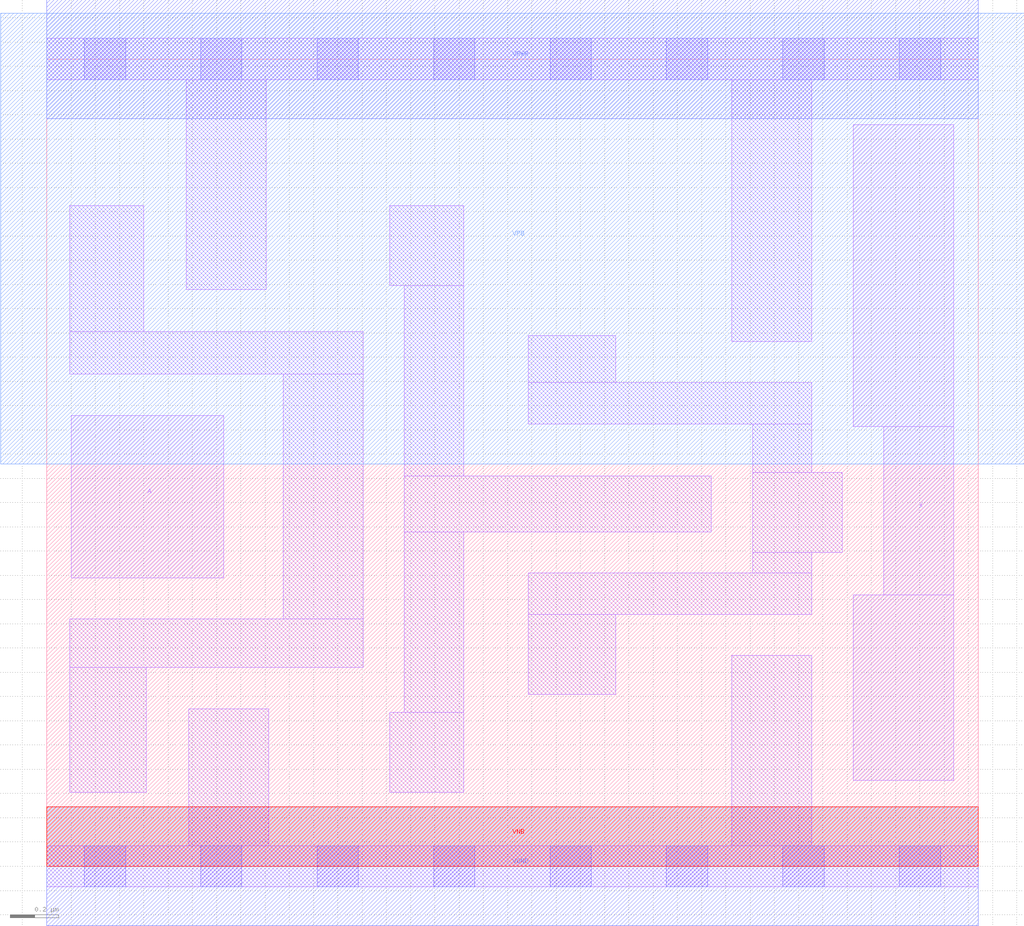
<source format=lef>
# Copyright 2020 The SkyWater PDK Authors
#
# Licensed under the Apache License, Version 2.0 (the "License");
# you may not use this file except in compliance with the License.
# You may obtain a copy of the License at
#
#     https://www.apache.org/licenses/LICENSE-2.0
#
# Unless required by applicable law or agreed to in writing, software
# distributed under the License is distributed on an "AS IS" BASIS,
# WITHOUT WARRANTIES OR CONDITIONS OF ANY KIND, either express or implied.
# See the License for the specific language governing permissions and
# limitations under the License.
#
# SPDX-License-Identifier: Apache-2.0

VERSION 5.7 ;
  NOWIREEXTENSIONATPIN ON ;
  DIVIDERCHAR "/" ;
  BUSBITCHARS "[]" ;
MACRO sky130_fd_sc_ls__dlygate4sd3_1
  CLASS CORE ;
  FOREIGN sky130_fd_sc_ls__dlygate4sd3_1 ;
  ORIGIN  0.000000  0.000000 ;
  SIZE  3.840000 BY  3.330000 ;
  SYMMETRY X Y ;
  SITE unit ;
  PIN A
    ANTENNAGATEAREA  0.126000 ;
    DIRECTION INPUT ;
    USE SIGNAL ;
    PORT
      LAYER li1 ;
        RECT 0.100000 1.190000 0.730000 1.860000 ;
    END
  END A
  PIN X
    ANTENNADIFFAREA  0.509700 ;
    DIRECTION OUTPUT ;
    USE SIGNAL ;
    PORT
      LAYER li1 ;
        RECT 3.325000 0.355000 3.740000 1.120000 ;
        RECT 3.325000 1.815000 3.740000 3.060000 ;
        RECT 3.450000 1.120000 3.740000 1.815000 ;
    END
  END X
  PIN VGND
    DIRECTION INOUT ;
    SHAPE ABUTMENT ;
    USE GROUND ;
    PORT
      LAYER met1 ;
        RECT 0.000000 -0.245000 3.840000 0.245000 ;
    END
  END VGND
  PIN VNB
    DIRECTION INOUT ;
    USE GROUND ;
    PORT
      LAYER pwell ;
        RECT 0.000000 0.000000 3.840000 0.245000 ;
    END
  END VNB
  PIN VPB
    DIRECTION INOUT ;
    USE POWER ;
    PORT
      LAYER nwell ;
        RECT -0.190000 1.660000 4.030000 3.520000 ;
    END
  END VPB
  PIN VPWR
    DIRECTION INOUT ;
    SHAPE ABUTMENT ;
    USE POWER ;
    PORT
      LAYER met1 ;
        RECT 0.000000 3.085000 3.840000 3.575000 ;
    END
  END VPWR
  OBS
    LAYER li1 ;
      RECT 0.000000 -0.085000 3.840000 0.085000 ;
      RECT 0.000000  3.245000 3.840000 3.415000 ;
      RECT 0.095000  0.305000 0.410000 0.820000 ;
      RECT 0.095000  0.820000 1.305000 1.020000 ;
      RECT 0.095000  2.030000 1.305000 2.205000 ;
      RECT 0.095000  2.205000 0.400000 2.725000 ;
      RECT 0.575000  2.380000 0.905000 3.245000 ;
      RECT 0.585000  0.085000 0.915000 0.650000 ;
      RECT 0.975000  1.020000 1.305000 2.030000 ;
      RECT 1.415000  0.305000 1.720000 0.635000 ;
      RECT 1.415000  2.395000 1.720000 2.725000 ;
      RECT 1.475000  0.635000 1.720000 1.380000 ;
      RECT 1.475000  1.380000 2.740000 1.610000 ;
      RECT 1.475000  1.610000 1.720000 2.395000 ;
      RECT 1.985000  0.710000 2.345000 1.040000 ;
      RECT 1.985000  1.040000 3.155000 1.210000 ;
      RECT 1.985000  1.825000 3.155000 1.995000 ;
      RECT 1.985000  1.995000 2.345000 2.190000 ;
      RECT 2.825000  0.085000 3.155000 0.870000 ;
      RECT 2.825000  2.165000 3.155000 3.245000 ;
      RECT 2.910000  1.210000 3.155000 1.295000 ;
      RECT 2.910000  1.295000 3.280000 1.625000 ;
      RECT 2.910000  1.625000 3.155000 1.825000 ;
    LAYER mcon ;
      RECT 0.155000 -0.085000 0.325000 0.085000 ;
      RECT 0.155000  3.245000 0.325000 3.415000 ;
      RECT 0.635000 -0.085000 0.805000 0.085000 ;
      RECT 0.635000  3.245000 0.805000 3.415000 ;
      RECT 1.115000 -0.085000 1.285000 0.085000 ;
      RECT 1.115000  3.245000 1.285000 3.415000 ;
      RECT 1.595000 -0.085000 1.765000 0.085000 ;
      RECT 1.595000  3.245000 1.765000 3.415000 ;
      RECT 2.075000 -0.085000 2.245000 0.085000 ;
      RECT 2.075000  3.245000 2.245000 3.415000 ;
      RECT 2.555000 -0.085000 2.725000 0.085000 ;
      RECT 2.555000  3.245000 2.725000 3.415000 ;
      RECT 3.035000 -0.085000 3.205000 0.085000 ;
      RECT 3.035000  3.245000 3.205000 3.415000 ;
      RECT 3.515000 -0.085000 3.685000 0.085000 ;
      RECT 3.515000  3.245000 3.685000 3.415000 ;
  END
END sky130_fd_sc_ls__dlygate4sd3_1
END LIBRARY

</source>
